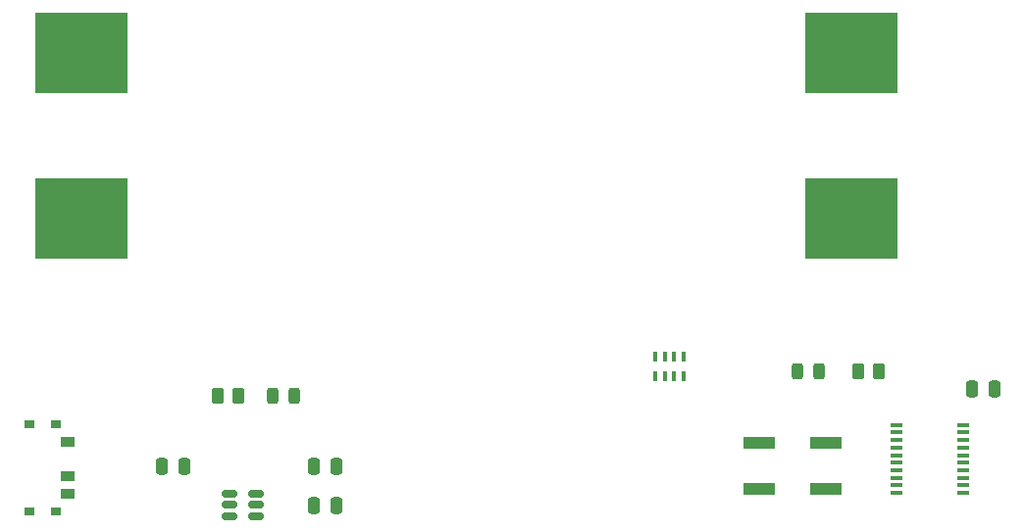
<source format=gbr>
%TF.GenerationSoftware,KiCad,Pcbnew,(6.0.11)*%
%TF.CreationDate,2023-02-12T12:57:38-06:00*%
%TF.ProjectId,DisplayMin,44697370-6c61-4794-9d69-6e2e6b696361,rev?*%
%TF.SameCoordinates,Original*%
%TF.FileFunction,Paste,Top*%
%TF.FilePolarity,Positive*%
%FSLAX46Y46*%
G04 Gerber Fmt 4.6, Leading zero omitted, Abs format (unit mm)*
G04 Created by KiCad (PCBNEW (6.0.11)) date 2023-02-12 12:57:38*
%MOMM*%
%LPD*%
G01*
G04 APERTURE LIST*
G04 Aperture macros list*
%AMRoundRect*
0 Rectangle with rounded corners*
0 $1 Rounding radius*
0 $2 $3 $4 $5 $6 $7 $8 $9 X,Y pos of 4 corners*
0 Add a 4 corners polygon primitive as box body*
4,1,4,$2,$3,$4,$5,$6,$7,$8,$9,$2,$3,0*
0 Add four circle primitives for the rounded corners*
1,1,$1+$1,$2,$3*
1,1,$1+$1,$4,$5*
1,1,$1+$1,$6,$7*
1,1,$1+$1,$8,$9*
0 Add four rect primitives between the rounded corners*
20,1,$1+$1,$2,$3,$4,$5,0*
20,1,$1+$1,$4,$5,$6,$7,0*
20,1,$1+$1,$6,$7,$8,$9,0*
20,1,$1+$1,$8,$9,$2,$3,0*%
G04 Aperture macros list end*
%ADD10R,0.400000X0.900000*%
%ADD11R,8.000000X7.000000*%
%ADD12R,1.000000X0.400000*%
%ADD13RoundRect,0.150000X-0.512500X-0.150000X0.512500X-0.150000X0.512500X0.150000X-0.512500X0.150000X0*%
%ADD14R,2.750000X1.000000*%
%ADD15R,0.900000X0.800000*%
%ADD16R,1.250000X0.900000*%
%ADD17RoundRect,0.250000X0.262500X0.450000X-0.262500X0.450000X-0.262500X-0.450000X0.262500X-0.450000X0*%
%ADD18RoundRect,0.250000X-0.262500X-0.450000X0.262500X-0.450000X0.262500X0.450000X-0.262500X0.450000X0*%
%ADD19RoundRect,0.243750X-0.243750X-0.456250X0.243750X-0.456250X0.243750X0.456250X-0.243750X0.456250X0*%
%ADD20RoundRect,0.243750X0.243750X0.456250X-0.243750X0.456250X-0.243750X-0.456250X0.243750X-0.456250X0*%
%ADD21RoundRect,0.250000X0.250000X0.475000X-0.250000X0.475000X-0.250000X-0.475000X0.250000X-0.475000X0*%
%ADD22RoundRect,0.250000X-0.250000X-0.475000X0.250000X-0.475000X0.250000X0.475000X-0.250000X0.475000X0*%
G04 APERTURE END LIST*
D10*
%TO.C,RN1*%
X149000000Y-100550000D03*
X149800000Y-100550000D03*
X150600000Y-100550000D03*
X151400000Y-100550000D03*
X151400000Y-102250000D03*
X150600000Y-102250000D03*
X149800000Y-102250000D03*
X149000000Y-102250000D03*
%TD*%
D11*
%TO.C,BT1*%
X165950000Y-88650000D03*
X165950000Y-74350000D03*
X99450000Y-74350000D03*
X99450000Y-88650000D03*
%TD*%
D12*
%TO.C,U2*%
X169800000Y-112350000D03*
X169800000Y-111700000D03*
X169800000Y-111050000D03*
X169800000Y-110400000D03*
X169800000Y-109750000D03*
X169800000Y-109100000D03*
X169800000Y-108450000D03*
X169800000Y-107800000D03*
X169800000Y-107150000D03*
X169800000Y-106500000D03*
X175600000Y-106500000D03*
X175600000Y-107150000D03*
X175600000Y-107800000D03*
X175600000Y-108450000D03*
X175600000Y-109100000D03*
X175600000Y-109750000D03*
X175600000Y-110400000D03*
X175600000Y-111050000D03*
X175600000Y-111700000D03*
X175600000Y-112350000D03*
%TD*%
D13*
%TO.C,U1*%
X114537500Y-112450000D03*
X114537500Y-113400000D03*
X114537500Y-114350000D03*
X112262500Y-114350000D03*
X112262500Y-113400000D03*
X112262500Y-112450000D03*
%TD*%
D14*
%TO.C,SW2*%
X163680000Y-108000000D03*
X157920000Y-108000000D03*
X163680000Y-112000000D03*
X157920000Y-112000000D03*
%TD*%
D15*
%TO.C,SW1*%
X97275000Y-106395000D03*
X94975000Y-106405000D03*
X94975000Y-114005000D03*
X97275000Y-114005000D03*
D16*
X98250000Y-107955000D03*
X98250000Y-110955000D03*
X98250000Y-112455000D03*
%TD*%
D17*
%TO.C,R2*%
X166487500Y-101900000D03*
X168312500Y-101900000D03*
%TD*%
D18*
%TO.C,R1*%
X113012500Y-104000000D03*
X111187500Y-104000000D03*
%TD*%
D19*
%TO.C,D2*%
X163137500Y-101900000D03*
X161262500Y-101900000D03*
%TD*%
D20*
%TO.C,D1*%
X117837500Y-104000000D03*
X115962500Y-104000000D03*
%TD*%
D21*
%TO.C,C4*%
X176350000Y-103425000D03*
X178250000Y-103425000D03*
%TD*%
D22*
%TO.C,C3*%
X108300000Y-110100000D03*
X106400000Y-110100000D03*
%TD*%
%TO.C,C2*%
X121450000Y-110100000D03*
X119550000Y-110100000D03*
%TD*%
D21*
%TO.C,C1*%
X119550000Y-113500000D03*
X121450000Y-113500000D03*
%TD*%
M02*

</source>
